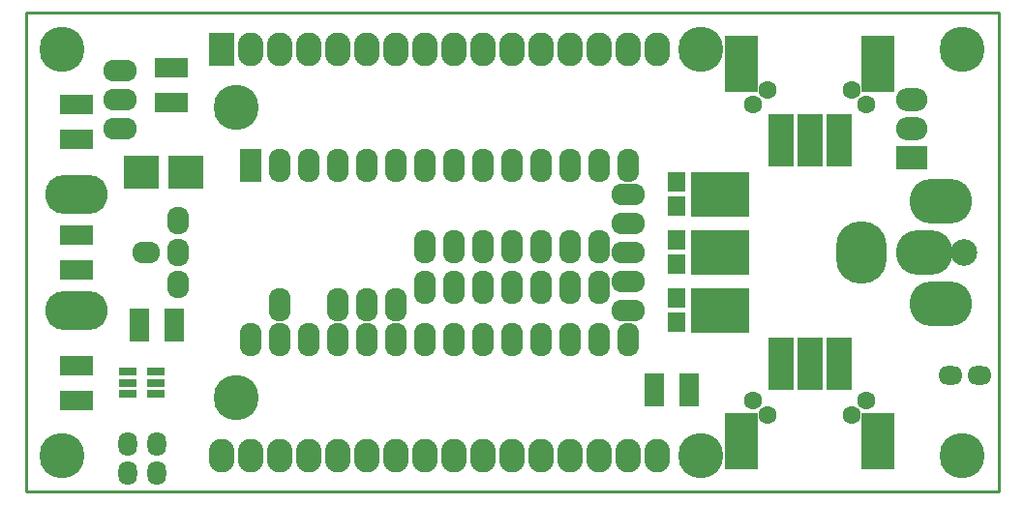
<source format=gbs>
G04 #@! TF.GenerationSoftware,KiCad,Pcbnew,no-vcs-found-ea855c1~58~ubuntu16.04.1*
G04 #@! TF.CreationDate,2017-05-25T11:24:16-04:00*
G04 #@! TF.ProjectId,modular_device_base_3x2,6D6F64756C61725F6465766963655F62,1.1*
G04 #@! TF.FileFunction,Soldermask,Bot*
G04 #@! TF.FilePolarity,Negative*
%FSLAX46Y46*%
G04 Gerber Fmt 4.6, Leading zero omitted, Abs format (unit mm)*
G04 Created by KiCad (PCBNEW no-vcs-found-ea855c1~58~ubuntu16.04.1) date Thu May 25 11:24:16 2017*
%MOMM*%
%LPD*%
G01*
G04 APERTURE LIST*
%ADD10C,0.100000*%
%ADD11C,0.228600*%
%ADD12O,2.133600X1.625600*%
%ADD13O,1.625600X2.133600*%
%ADD14R,2.743200X2.057400*%
%ADD15O,2.743200X2.057400*%
%ADD16R,3.110000X2.900000*%
%ADD17R,2.940000X1.670000*%
%ADD18O,2.940000X1.924000*%
%ADD19C,1.600200*%
%ADD20R,1.670000X2.940000*%
%ADD21C,3.956000*%
%ADD22O,2.254200X2.940000*%
%ADD23R,2.254200X2.940000*%
%ADD24R,1.924000X2.940000*%
%ADD25O,1.924000X2.940000*%
%ADD26O,5.480000X3.448000*%
%ADD27O,2.432000X1.924000*%
%ADD28O,1.924000X2.432000*%
%ADD29R,2.997200X5.029200*%
%ADD30R,2.178000X4.591000*%
%ADD31C,2.330400*%
%ADD32O,4.972000X3.956000*%
%ADD33O,4.464000X5.480000*%
%ADD34O,5.480000X3.956000*%
%ADD35R,5.160000X4.000000*%
%ADD36R,1.640000X1.800000*%
%ADD37R,1.534160X0.762000*%
G04 APERTURE END LIST*
D10*
D11*
X144145000Y-78740000D02*
X59055000Y-78740000D01*
X144145000Y-120650000D02*
X144145000Y-78740000D01*
X59055000Y-120650000D02*
X144145000Y-120650000D01*
X59055000Y-78740000D02*
X59055000Y-120650000D01*
D12*
X139954000Y-110490000D03*
X142494000Y-110490000D03*
D13*
X67945000Y-116459000D03*
X67945000Y-118999000D03*
X70485000Y-116459000D03*
X70485000Y-118999000D03*
D14*
X136525000Y-91440000D03*
D15*
X136525000Y-86360000D03*
X136525000Y-88900000D03*
D16*
X73060000Y-92710000D03*
X69180000Y-92710000D03*
D17*
X71755000Y-83566000D03*
X71755000Y-86614000D03*
X63500000Y-89789000D03*
X63500000Y-86741000D03*
D18*
X67310000Y-86360000D03*
X67310000Y-88900000D03*
X67310000Y-83820000D03*
D19*
X131318000Y-113919000D03*
X123952000Y-113919000D03*
D17*
X63500000Y-98171000D03*
X63500000Y-101219000D03*
D20*
X72009000Y-106045000D03*
X68961000Y-106045000D03*
D21*
X62230000Y-81915000D03*
X62230000Y-117475000D03*
X140970000Y-81915000D03*
D22*
X78740000Y-81915000D03*
X81280000Y-81915000D03*
D23*
X76200000Y-81915000D03*
D22*
X83820000Y-81915000D03*
X86360000Y-81915000D03*
X88900000Y-81915000D03*
X91440000Y-81915000D03*
X93980000Y-81915000D03*
X96520000Y-81915000D03*
X99060000Y-81915000D03*
X101600000Y-81915000D03*
X104140000Y-81915000D03*
X106680000Y-81915000D03*
X109220000Y-81915000D03*
X111760000Y-81915000D03*
X114300000Y-81915000D03*
X114300000Y-117475000D03*
X111760000Y-117475000D03*
X109220000Y-117475000D03*
X106680000Y-117475000D03*
X104140000Y-117475000D03*
X101600000Y-117475000D03*
X99060000Y-117475000D03*
X96520000Y-117475000D03*
X93980000Y-117475000D03*
X91440000Y-117475000D03*
X88900000Y-117475000D03*
X86360000Y-117475000D03*
X83820000Y-117475000D03*
X81280000Y-117475000D03*
X78740000Y-117475000D03*
X76200000Y-117475000D03*
D21*
X77470000Y-86995000D03*
X77470000Y-112395000D03*
X118110000Y-117475000D03*
X118110000Y-81915000D03*
D24*
X78740000Y-92075000D03*
D25*
X81280000Y-92075000D03*
X83820000Y-92075000D03*
X86360000Y-92075000D03*
X88900000Y-92075000D03*
X91440000Y-92075000D03*
X93980000Y-92075000D03*
X96520000Y-92075000D03*
X99060000Y-92075000D03*
X101600000Y-92075000D03*
X104140000Y-92075000D03*
X106680000Y-92075000D03*
X109220000Y-92075000D03*
X111760000Y-92075000D03*
X111760000Y-107315000D03*
X109220000Y-107315000D03*
X106680000Y-107315000D03*
X104140000Y-107315000D03*
X101600000Y-107315000D03*
X99060000Y-107315000D03*
X96520000Y-107315000D03*
X93980000Y-107315000D03*
X91440000Y-107315000D03*
X88900000Y-107315000D03*
X86360000Y-107315000D03*
X83820000Y-107315000D03*
X81280000Y-107315000D03*
X78740000Y-107315000D03*
D18*
X111760000Y-104775000D03*
X111760000Y-102235000D03*
X111760000Y-99695000D03*
X111760000Y-97155000D03*
X111760000Y-94615000D03*
D25*
X81280000Y-104267000D03*
X86360000Y-104267000D03*
X88900000Y-104267000D03*
X91440000Y-104267000D03*
X93980000Y-102743000D03*
X93980000Y-99187000D03*
X96520000Y-102743000D03*
X96520000Y-99187000D03*
X99060000Y-99187000D03*
X101600000Y-99187000D03*
X104140000Y-99187000D03*
X106680000Y-99187000D03*
X109220000Y-99187000D03*
X99060000Y-102743000D03*
X101600000Y-102743000D03*
X104140000Y-102743000D03*
X106680000Y-102743000D03*
X109220000Y-102743000D03*
D26*
X63500000Y-104775000D03*
X63500000Y-94615000D03*
D27*
X69596000Y-99695000D03*
D28*
X72390000Y-99695000D03*
X72390000Y-96901000D03*
X72390000Y-102489000D03*
D29*
X121640600Y-83185000D03*
X133629400Y-83185000D03*
D19*
X122682000Y-86741000D03*
X132588000Y-86741000D03*
D30*
X125095000Y-89916000D03*
X127635000Y-89916000D03*
X130175000Y-89916000D03*
D19*
X123952000Y-85471000D03*
X131318000Y-85471000D03*
D30*
X125095000Y-109474000D03*
X127635000Y-109474000D03*
X130175000Y-109474000D03*
D19*
X122682000Y-112649000D03*
X132588000Y-112649000D03*
D29*
X121640600Y-116205000D03*
X133629400Y-116205000D03*
D31*
X141147800Y-99695000D03*
D32*
X137642600Y-99695000D03*
D33*
X132156200Y-99695000D03*
D34*
X139141200Y-104190800D03*
X139141200Y-95199200D03*
D21*
X140970000Y-117475000D03*
D17*
X63500000Y-109601000D03*
X63500000Y-112649000D03*
D35*
X119765000Y-94615000D03*
D36*
X115965000Y-93550000D03*
X115965000Y-95680000D03*
D35*
X119765000Y-99695000D03*
D36*
X115965000Y-98630000D03*
X115965000Y-100760000D03*
D35*
X119765000Y-104775000D03*
D36*
X115965000Y-103710000D03*
X115965000Y-105840000D03*
D37*
X70413880Y-110175040D03*
X70413880Y-111125000D03*
X70413880Y-112074960D03*
X68016120Y-112074960D03*
X68016120Y-111125000D03*
X68016120Y-110175040D03*
D20*
X114046000Y-111760000D03*
X117094000Y-111760000D03*
M02*

</source>
